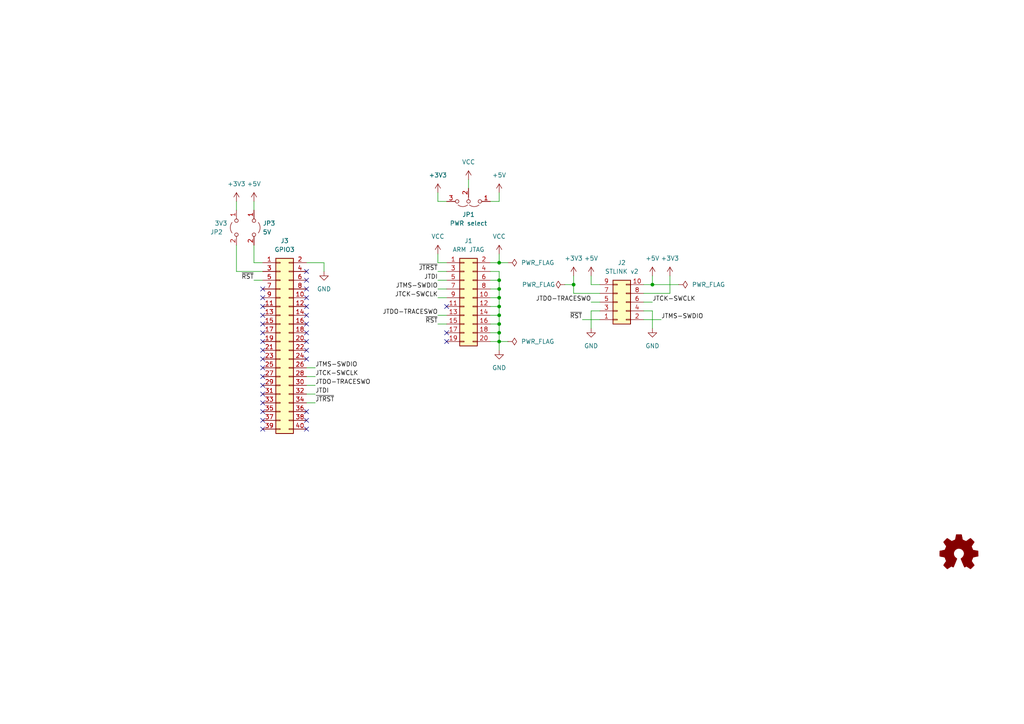
<source format=kicad_sch>
(kicad_sch (version 20211123) (generator eeschema)
  (paper "A4")
  (title_block (title "Olimex STMP157-OLinuXino-LIME2 JTAG breakout board") (date "2022-08-15") (rev "0.1") (company "Benedikt Spranger") (comment 1 "SPDX-License-Identifier: CERN-OHL-S-2.0") (comment 2 "https://ohwr.org/cern_ohl_s_v2.txt") (comment 3 "To view a copy of this license, visit") (comment 4 "This work is licensed under the CERN-OHL-S v2"))
  (lib_symbols
    (symbol "Connector_Generic:Conn_02x05_Odd_Even" (pin_names (offset 1.016) hide)
      (property "Reference" "J" (at 1.27 7.62 0))
      (property "Value" "Conn_02x05_Odd_Even" (at 1.27 -7.62 0))
      (symbol "Conn_02x05_Odd_Even_1_1"
        (rectangle (start -1.27 -4.953) (end 0 -5.207) (stroke (width 0.1524)))
        (rectangle (start -1.27 -2.413) (end 0 -2.667) (stroke (width 0.1524)))
        (rectangle (start -1.27 0.127) (end 0 -0.127) (stroke (width 0.1524)))
        (rectangle (start -1.27 2.667) (end 0 2.413) (stroke (width 0.1524)))
        (rectangle (start -1.27 5.207) (end 0 4.953) (stroke (width 0.1524)))
        (rectangle (start -1.27 6.35) (end 3.81 -6.35) (stroke (width 0.254)) (fill (type background)))
        (rectangle (start 3.81 -4.953) (end 2.54 -5.207) (stroke (width 0.1524)))
        (rectangle (start 3.81 -2.413) (end 2.54 -2.667) (stroke (width 0.1524)))
        (rectangle (start 3.81 0.127) (end 2.54 -0.127) (stroke (width 0.1524)))
        (rectangle (start 3.81 2.667) (end 2.54 2.413) (stroke (width 0.1524)))
        (rectangle (start 3.81 5.207) (end 2.54 4.953) (stroke (width 0.1524)))
        (pin passive line (at -5.08 5.08 0) (length 3.81) (name "Pin_1") (number "1"))
        (pin passive line (at 7.62 -5.08 180) (length 3.81) (name "Pin_10") (number "10"))
        (pin passive line (at 7.62 5.08 180) (length 3.81) (name "Pin_2") (number "2"))
        (pin passive line (at -5.08 2.54 0) (length 3.81) (name "Pin_3") (number "3"))
        (pin passive line (at 7.62 2.54 180) (length 3.81) (name "Pin_4") (number "4"))
        (pin passive line (at -5.08 0 0) (length 3.81) (name "Pin_5") (number "5"))
        (pin passive line (at 7.62 0 180) (length 3.81) (name "Pin_6") (number "6"))
        (pin passive line (at -5.08 -2.54 0) (length 3.81) (name "Pin_7") (number "7"))
        (pin passive line (at 7.62 -2.54 180) (length 3.81) (name "Pin_8") (number "8"))
        (pin passive line (at -5.08 -5.08 0) (length 3.81) (name "Pin_9") (number "9"))
      )
    )
    (symbol "Connector_Generic:Conn_02x10_Odd_Even" (pin_names (offset 1.016) hide)
      (property "Reference" "J" (at 1.27 12.7 0))
      (property "Value" "Conn_02x10_Odd_Even" (at 1.27 -15.24 0))
      (symbol "Conn_02x10_Odd_Even_1_1"
        (rectangle (start -1.27 -12.573) (end 0 -12.827) (stroke (width 0.1524)))
        (rectangle (start -1.27 -10.033) (end 0 -10.287) (stroke (width 0.1524)))
        (rectangle (start -1.27 -7.493) (end 0 -7.747) (stroke (width 0.1524)))
        (rectangle (start -1.27 -4.953) (end 0 -5.207) (stroke (width 0.1524)))
        (rectangle (start -1.27 -2.413) (end 0 -2.667) (stroke (width 0.1524)))
        (rectangle (start -1.27 0.127) (end 0 -0.127) (stroke (width 0.1524)))
        (rectangle (start -1.27 2.667) (end 0 2.413) (stroke (width 0.1524)))
        (rectangle (start -1.27 5.207) (end 0 4.953) (stroke (width 0.1524)))
        (rectangle (start -1.27 7.747) (end 0 7.493) (stroke (width 0.1524)))
        (rectangle (start -1.27 10.287) (end 0 10.033) (stroke (width 0.1524)))
        (rectangle (start -1.27 11.43) (end 3.81 -13.97) (stroke (width 0.254)) (fill (type background)))
        (rectangle (start 3.81 -12.573) (end 2.54 -12.827) (stroke (width 0.1524)))
        (rectangle (start 3.81 -10.033) (end 2.54 -10.287) (stroke (width 0.1524)))
        (rectangle (start 3.81 -7.493) (end 2.54 -7.747) (stroke (width 0.1524)))
        (rectangle (start 3.81 -4.953) (end 2.54 -5.207) (stroke (width 0.1524)))
        (rectangle (start 3.81 -2.413) (end 2.54 -2.667) (stroke (width 0.1524)))
        (rectangle (start 3.81 0.127) (end 2.54 -0.127) (stroke (width 0.1524)))
        (rectangle (start 3.81 2.667) (end 2.54 2.413) (stroke (width 0.1524)))
        (rectangle (start 3.81 5.207) (end 2.54 4.953) (stroke (width 0.1524)))
        (rectangle (start 3.81 7.747) (end 2.54 7.493) (stroke (width 0.1524)))
        (rectangle (start 3.81 10.287) (end 2.54 10.033) (stroke (width 0.1524)))
        (pin passive line (at -5.08 10.16 0) (length 3.81) (name "Pin_1") (number "1"))
        (pin passive line (at 7.62 0 180) (length 3.81) (name "Pin_10") (number "10"))
        (pin passive line (at -5.08 -2.54 0) (length 3.81) (name "Pin_11") (number "11"))
        (pin passive line (at 7.62 -2.54 180) (length 3.81) (name "Pin_12") (number "12"))
        (pin passive line (at -5.08 -5.08 0) (length 3.81) (name "Pin_13") (number "13"))
        (pin passive line (at 7.62 -5.08 180) (length 3.81) (name "Pin_14") (number "14"))
        (pin passive line (at -5.08 -7.62 0) (length 3.81) (name "Pin_15") (number "15"))
        (pin passive line (at 7.62 -7.62 180) (length 3.81) (name "Pin_16") (number "16"))
        (pin passive line (at -5.08 -10.16 0) (length 3.81) (name "Pin_17") (number "17"))
        (pin passive line (at 7.62 -10.16 180) (length 3.81) (name "Pin_18") (number "18"))
        (pin passive line (at -5.08 -12.7 0) (length 3.81) (name "Pin_19") (number "19"))
        (pin passive line (at 7.62 10.16 180) (length 3.81) (name "Pin_2") (number "2"))
        (pin passive line (at 7.62 -12.7 180) (length 3.81) (name "Pin_20") (number "20"))
        (pin passive line (at -5.08 7.62 0) (length 3.81) (name "Pin_3") (number "3"))
        (pin passive line (at 7.62 7.62 180) (length 3.81) (name "Pin_4") (number "4"))
        (pin passive line (at -5.08 5.08 0) (length 3.81) (name "Pin_5") (number "5"))
        (pin passive line (at 7.62 5.08 180) (length 3.81) (name "Pin_6") (number "6"))
        (pin passive line (at -5.08 2.54 0) (length 3.81) (name "Pin_7") (number "7"))
        (pin passive line (at 7.62 2.54 180) (length 3.81) (name "Pin_8") (number "8"))
        (pin passive line (at -5.08 0 0) (length 3.81) (name "Pin_9") (number "9"))
      )
    )
    (symbol "Connector_Generic:Conn_02x20_Odd_Even" (pin_names (offset 1.016) hide)
      (property "Reference" "J" (at 1.27 25.4 0))
      (property "Value" "Conn_02x20_Odd_Even" (at 1.27 -27.94 0))
      (symbol "Conn_02x20_Odd_Even_1_1"
        (rectangle (start -1.27 -25.273) (end 0 -25.527) (stroke (width 0.1524)))
        (rectangle (start -1.27 -22.733) (end 0 -22.987) (stroke (width 0.1524)))
        (rectangle (start -1.27 -20.193) (end 0 -20.447) (stroke (width 0.1524)))
        (rectangle (start -1.27 -17.653) (end 0 -17.907) (stroke (width 0.1524)))
        (rectangle (start -1.27 -15.113) (end 0 -15.367) (stroke (width 0.1524)))
        (rectangle (start -1.27 -12.573) (end 0 -12.827) (stroke (width 0.1524)))
        (rectangle (start -1.27 -10.033) (end 0 -10.287) (stroke (width 0.1524)))
        (rectangle (start -1.27 -7.493) (end 0 -7.747) (stroke (width 0.1524)))
        (rectangle (start -1.27 -4.953) (end 0 -5.207) (stroke (width 0.1524)))
        (rectangle (start -1.27 -2.413) (end 0 -2.667) (stroke (width 0.1524)))
        (rectangle (start -1.27 0.127) (end 0 -0.127) (stroke (width 0.1524)))
        (rectangle (start -1.27 2.667) (end 0 2.413) (stroke (width 0.1524)))
        (rectangle (start -1.27 5.207) (end 0 4.953) (stroke (width 0.1524)))
        (rectangle (start -1.27 7.747) (end 0 7.493) (stroke (width 0.1524)))
        (rectangle (start -1.27 10.287) (end 0 10.033) (stroke (width 0.1524)))
        (rectangle (start -1.27 12.827) (end 0 12.573) (stroke (width 0.1524)))
        (rectangle (start -1.27 15.367) (end 0 15.113) (stroke (width 0.1524)))
        (rectangle (start -1.27 17.907) (end 0 17.653) (stroke (width 0.1524)))
        (rectangle (start -1.27 20.447) (end 0 20.193) (stroke (width 0.1524)))
        (rectangle (start -1.27 22.987) (end 0 22.733) (stroke (width 0.1524)))
        (rectangle (start -1.27 24.13) (end 3.81 -26.67) (stroke (width 0.254)) (fill (type background)))
        (rectangle (start 3.81 -25.273) (end 2.54 -25.527) (stroke (width 0.1524)))
        (rectangle (start 3.81 -22.733) (end 2.54 -22.987) (stroke (width 0.1524)))
        (rectangle (start 3.81 -20.193) (end 2.54 -20.447) (stroke (width 0.1524)))
        (rectangle (start 3.81 -17.653) (end 2.54 -17.907) (stroke (width 0.1524)))
        (rectangle (start 3.81 -15.113) (end 2.54 -15.367) (stroke (width 0.1524)))
        (rectangle (start 3.81 -12.573) (end 2.54 -12.827) (stroke (width 0.1524)))
        (rectangle (start 3.81 -10.033) (end 2.54 -10.287) (stroke (width 0.1524)))
        (rectangle (start 3.81 -7.493) (end 2.54 -7.747) (stroke (width 0.1524)))
        (rectangle (start 3.81 -4.953) (end 2.54 -5.207) (stroke (width 0.1524)))
        (rectangle (start 3.81 -2.413) (end 2.54 -2.667) (stroke (width 0.1524)))
        (rectangle (start 3.81 0.127) (end 2.54 -0.127) (stroke (width 0.1524)))
        (rectangle (start 3.81 2.667) (end 2.54 2.413) (stroke (width 0.1524)))
        (rectangle (start 3.81 5.207) (end 2.54 4.953) (stroke (width 0.1524)))
        (rectangle (start 3.81 7.747) (end 2.54 7.493) (stroke (width 0.1524)))
        (rectangle (start 3.81 10.287) (end 2.54 10.033) (stroke (width 0.1524)))
        (rectangle (start 3.81 12.827) (end 2.54 12.573) (stroke (width 0.1524)))
        (rectangle (start 3.81 15.367) (end 2.54 15.113) (stroke (width 0.1524)))
        (rectangle (start 3.81 17.907) (end 2.54 17.653) (stroke (width 0.1524)))
        (rectangle (start 3.81 20.447) (end 2.54 20.193) (stroke (width 0.1524)))
        (rectangle (start 3.81 22.987) (end 2.54 22.733) (stroke (width 0.1524)))
        (pin passive line (at -5.08 22.86 0) (length 3.81) (name "Pin_1") (number "1"))
        (pin passive line (at 7.62 12.7 180) (length 3.81) (name "Pin_10") (number "10"))
        (pin passive line (at -5.08 10.16 0) (length 3.81) (name "Pin_11") (number "11"))
        (pin passive line (at 7.62 10.16 180) (length 3.81) (name "Pin_12") (number "12"))
        (pin passive line (at -5.08 7.62 0) (length 3.81) (name "Pin_13") (number "13"))
        (pin passive line (at 7.62 7.62 180) (length 3.81) (name "Pin_14") (number "14"))
        (pin passive line (at -5.08 5.08 0) (length 3.81) (name "Pin_15") (number "15"))
        (pin passive line (at 7.62 5.08 180) (length 3.81) (name "Pin_16") (number "16"))
        (pin passive line (at -5.08 2.54 0) (length 3.81) (name "Pin_17") (number "17"))
        (pin passive line (at 7.62 2.54 180) (length 3.81) (name "Pin_18") (number "18"))
        (pin passive line (at -5.08 0 0) (length 3.81) (name "Pin_19") (number "19"))
        (pin passive line (at 7.62 22.86 180) (length 3.81) (name "Pin_2") (number "2"))
        (pin passive line (at 7.62 0 180) (length 3.81) (name "Pin_20") (number "20"))
        (pin passive line (at -5.08 -2.54 0) (length 3.81) (name "Pin_21") (number "21"))
        (pin passive line (at 7.62 -2.54 180) (length 3.81) (name "Pin_22") (number "22"))
        (pin passive line (at -5.08 -5.08 0) (length 3.81) (name "Pin_23") (number "23"))
        (pin passive line (at 7.62 -5.08 180) (length 3.81) (name "Pin_24") (number "24"))
        (pin passive line (at -5.08 -7.62 0) (length 3.81) (name "Pin_25") (number "25"))
        (pin passive line (at 7.62 -7.62 180) (length 3.81) (name "Pin_26") (number "26"))
        (pin passive line (at -5.08 -10.16 0) (length 3.81) (name "Pin_27") (number "27"))
        (pin passive line (at 7.62 -10.16 180) (length 3.81) (name "Pin_28") (number "28"))
        (pin passive line (at -5.08 -12.7 0) (length 3.81) (name "Pin_29") (number "29"))
        (pin passive line (at -5.08 20.32 0) (length 3.81) (name "Pin_3") (number "3"))
        (pin passive line (at 7.62 -12.7 180) (length 3.81) (name "Pin_30") (number "30"))
        (pin passive line (at -5.08 -15.24 0) (length 3.81) (name "Pin_31") (number "31"))
        (pin passive line (at 7.62 -15.24 180) (length 3.81) (name "Pin_32") (number "32"))
        (pin passive line (at -5.08 -17.78 0) (length 3.81) (name "Pin_33") (number "33"))
        (pin passive line (at 7.62 -17.78 180) (length 3.81) (name "Pin_34") (number "34"))
        (pin passive line (at -5.08 -20.32 0) (length 3.81) (name "Pin_35") (number "35"))
        (pin passive line (at 7.62 -20.32 180) (length 3.81) (name "Pin_36") (number "36"))
        (pin passive line (at -5.08 -22.86 0) (length 3.81) (name "Pin_37") (number "37"))
        (pin passive line (at 7.62 -22.86 180) (length 3.81) (name "Pin_38") (number "38"))
        (pin passive line (at -5.08 -25.4 0) (length 3.81) (name "Pin_39") (number "39"))
        (pin passive line (at 7.62 20.32 180) (length 3.81) (name "Pin_4") (number "4"))
        (pin passive line (at 7.62 -25.4 180) (length 3.81) (name "Pin_40") (number "40"))
        (pin passive line (at -5.08 17.78 0) (length 3.81) (name "Pin_5") (number "5"))
        (pin passive line (at 7.62 17.78 180) (length 3.81) (name "Pin_6") (number "6"))
        (pin passive line (at -5.08 15.24 0) (length 3.81) (name "Pin_7") (number "7"))
        (pin passive line (at 7.62 15.24 180) (length 3.81) (name "Pin_8") (number "8"))
        (pin passive line (at -5.08 12.7 0) (length 3.81) (name "Pin_9") (number "9"))
      )
    )
    (symbol "Graphic:Logo_Open_Hardware_Small" (pin_names (offset 1.016))
      (symbol "Logo_Open_Hardware_Small_0_1"
        (polyline (pts (xy 3.3528 -4.3434) (xy 3.302 -4.318) (xy 3.175 -4.2418) (xy 2.9972 -4.1148) (xy 2.7686 -3.9624) (xy 2.54 -3.81) (xy 2.3622 -3.7084) (xy 2.2352 -3.6068) (xy 2.1844 -3.5814) (xy 2.159 -3.6068) (xy 2.0574 -3.6576) (xy 1.905 -3.7338) (xy 1.8034 -3.7846) (xy 1.6764 -3.8354) (xy 1.6002 -3.8354) (xy 1.6002 -3.8354) (xy 1.5494 -3.7338) (xy 1.4732 -3.5306) (xy 1.3462 -3.302) (xy 1.2446 -3.0226) (xy 1.1176 -2.7178) (xy 0.9652 -2.413) (xy 0.8636 -2.1082) (xy 0.7366 -1.8288) (xy 0.6604 -1.6256) (xy 0.6096 -1.4732) (xy 0.5842 -1.397) (xy 0.5842 -1.397) (xy 0.6604 -1.3208) (xy 0.7874 -1.2446) (xy 1.0414 -1.016) (xy 1.2954 -0.6858) (xy 1.4478 -0.3302) (xy 1.524 0.0762) (xy 1.4732 0.4572) (xy 1.3208 0.8128) (xy 1.0668 1.143) (xy 0.762 1.3716) (xy 0.4064 1.524) (xy 0 1.5748) (xy -0.381 1.5494) (xy -0.7366 1.397) (xy -1.0668 1.143) (xy -1.2192 0.9906) (xy -1.397 0.6604) (xy -1.524 0.3048) (xy -1.524 0.2286) (xy -1.4986 -0.1778) (xy -1.397 -0.5334) (xy -1.1938 -0.8636) (xy -0.9144 -1.143) (xy -0.8636 -1.1684) (xy -0.7366 -1.27) (xy -0.635 -1.3462) (xy -0.5842 -1.397) (xy -1.0668 -2.5908) (xy -1.143 -2.794) (xy -1.2954 -3.1242) (xy -1.397 -3.4036) (xy -1.4986 -3.6322) (xy -1.5748 -3.7846) (xy -1.6002 -3.8354) (xy -1.6002 -3.8354) (xy -1.651 -3.8354) (xy -1.7272 -3.81) (xy -1.905 -3.7338) (xy -2.0066 -3.683) (xy -2.1336 -3.6068) (xy -2.2098 -3.5814) (xy -2.2606 -3.6068) (xy -2.3622 -3.683) (xy -2.54 -3.81) (xy -2.7686 -3.9624) (xy -2.9718 -4.0894) (xy -3.1496 -4.2164) (xy -3.302 -4.318) (xy -3.3528 -4.3434) (xy -3.3782 -4.3434) (xy -3.429 -4.318) (xy -3.5306 -4.2164) (xy -3.7084 -4.064) (xy -3.937 -3.8354) (xy -3.9624 -3.81) (xy -4.1656 -3.6068) (xy -4.318 -3.4544) (xy -4.4196 -3.3274) (xy -4.445 -3.2766) (xy -4.445 -3.2766) (xy -4.4196 -3.2258) (xy -4.318 -3.0734) (xy -4.2164 -2.8956) (xy -4.064 -2.667) (xy -3.6576 -2.0828) (xy -3.8862 -1.5494) (xy -3.937 -1.3716) (xy -4.0386 -1.1684) (xy -4.0894 -1.0414) (xy -4.1148 -0.9652) (xy -4.191 -0.9398) (xy -4.318 -0.9144) (xy -4.5466 -0.8636) (xy -4.8006 -0.8128) (xy -5.0546 -0.7874) (xy -5.2578 -0.7366) (xy -5.4356 -0.7112) (xy -5.5118 -0.6858) (xy -5.5118 -0.6858) (xy -5.5372 -0.635) (xy -5.5372 -0.5588) (xy -5.5372 -0.4318) (xy -5.5626 -0.2286) (xy -5.5626 0.0762) (xy -5.5626 0.127) (xy -5.5372 0.4064) (xy -5.5372 0.635) (xy -5.5372 0.762) (xy -5.5372 0.8382) (xy -5.5372 0.8382) (xy -5.461 0.8382) (xy -5.3086 0.889) (xy -5.08 0.9144) (xy -4.826 0.9652) (xy -4.8006 0.9906) (xy -4.5466 1.0414) (xy -4.318 1.0668) (xy -4.1656 1.1176) (xy -4.0894 1.143) (xy -4.0894 1.143) (xy -4.0386 1.2446) (xy -3.9624 1.4224) (xy -3.8608 1.6256) (xy -3.7846 1.8288) (xy -3.7084 2.0066) (xy -3.6576 2.159) (xy -3.6322 2.2098) (xy -3.6322 2.2098) (xy -3.683 2.286) (xy -3.7592 2.413) (xy -3.8862 2.5908) (xy -4.064 2.8194) (xy -4.064 2.8448) (xy -4.2164 3.0734) (xy -4.3434 3.2512) (xy -4.4196 3.3782) (xy -4.445 3.4544) (xy -4.445 3.4544) (xy -4.3942 3.5052) (xy -4.2926 3.6322) (xy -4.1148 3.81) (xy -3.937 4.0132) (xy -3.8608 4.064) (xy -3.6576 4.2926) (xy -3.5052 4.4196) (xy -3.4036 4.4958) (xy -3.3528 4.5212) (xy -3.3528 4.5212) (xy -3.302 4.4704) (xy -3.1496 4.3688) (xy -2.9718 4.2418) (xy -2.7432 4.0894) (xy -2.7178 4.0894) (xy -2.4892 3.937) (xy -2.3114 3.81) (xy -2.1844 3.7084) (xy -2.1336 3.683) (xy -2.1082 3.683) (xy -2.032 3.7084) (xy -1.8542 3.7592) (xy -1.6764 3.8354) (xy -1.4732 3.937) (xy -1.27 4.0132) (xy -1.143 4.064) (xy -1.0668 4.1148) (xy -1.0668 4.1148) (xy -1.0414 4.191) (xy -1.016 4.3434) (xy -0.9652 4.572) (xy -0.9144 4.8514) (xy -0.889 4.9022) (xy -0.8382 5.1562) (xy -0.8128 5.3848) (xy -0.7874 5.5372) (xy -0.762 5.588) (xy -0.7112 5.6134) (xy -0.5842 5.6134) (xy -0.4064 5.6134) (xy -0.1524 5.6134) (xy 0.0762 5.6134) (xy 0.3302 5.6134) (xy 0.5334 5.6134) (xy 0.6858 5.588) (xy 0.7366 5.588) (xy 0.7366 5.588) (xy 0.762 5.5118) (xy 0.8128 5.334) (xy 0.8382 5.1054) (xy 0.9144 4.826) (xy 0.9144 4.7752) (xy 0.9652 4.5212) (xy 1.016 4.2926) (xy 1.0414 4.1402) (xy 1.0668 4.0894) (xy 1.0668 4.0894) (xy 1.1938 4.0386) (xy 1.3716 3.9624) (xy 1.5748 3.8608) (xy 2.0828 3.6576) (xy 2.7178 4.0894) (xy 2.7686 4.1402) (xy 2.9972 4.2926) (xy 3.175 4.4196) (xy 3.302 4.4958) (xy 3.3782 4.5212) (xy 3.3782 4.5212) (xy 3.429 4.4704) (xy 3.556 4.3434) (xy 3.7338 4.191) (xy 3.9116 3.9878) (xy 4.064 3.8354) (xy 4.2418 3.6576) (xy 4.3434 3.556) (xy 4.4196 3.4798) (xy 4.4196 3.429) (xy 4.4196 3.4036) (xy 4.3942 3.3274) (xy 4.2926 3.2004) (xy 4.1656 2.9972) (xy 4.0132 2.794) (xy 3.8862 2.5908) (xy 3.7592 2.3876) (xy 3.6576 2.2352) (xy 3.6322 2.159) (xy 3.6322 2.1336) (xy 3.683 2.0066) (xy 3.7592 1.8288) (xy 3.8608 1.6002) (xy 4.064 1.1176) (xy 4.3942 1.0414) (xy 4.5974 1.016) (xy 4.8768 0.9652) (xy 5.1308 0.9144) (xy 5.5372 0.8382) (xy 5.5626 -0.6604) (xy 5.4864 -0.6858) (xy 5.4356 -0.6858) (xy 5.2832 -0.7366) (xy 5.0546 -0.762) (xy 4.8006 -0.8128) (xy 4.5974 -0.8636) (xy 4.3688 -0.9144) (xy 4.2164 -0.9398) (xy 4.1402 -0.9398) (xy 4.1148 -0.9652) (xy 4.064 -1.0668) (xy 3.9878 -1.2446) (xy 3.9116 -1.4478) (xy 3.81 -1.651) (xy 3.7338 -1.8542) (xy 3.683 -2.0066) (xy 3.6576 -2.0828) (xy 3.683 -2.1336) (xy 3.7846 -2.2606) (xy 3.8862 -2.4638) (xy 4.0386 -2.667) (xy 4.191 -2.8956) (xy 4.318 -3.0734) (xy 4.3942 -3.2004) (xy 4.445 -3.2766) (xy 4.4196 -3.3274) (xy 4.3434 -3.429) (xy 4.1656 -3.5814) (xy 3.937 -3.8354) (xy 3.8862 -3.8608) (xy 3.683 -4.064) (xy 3.5306 -4.2164) (xy 3.4036 -4.318) (xy 3.3528 -4.3434)) (fill (type outline)))
      )
    )
    (symbol "Jumper:Jumper_2_Open" (pin_names (offset 0) hide)
      (property "Reference" "JP" (at 0 2.794 0))
      (property "Value" "Jumper_2_Open" (at 0 -2.286 0))
      (symbol "Jumper_2_Open_0_0"
        (circle (center -2.032 0) (radius 0.508))
        (circle (center 2.032 0) (radius 0.508))
      )
      (symbol "Jumper_2_Open_0_1"
        (arc (start 1.524 1.27) (mid 0 1.778) (end -1.524 1.27))
      )
      (symbol "Jumper_2_Open_1_1"
        (pin passive line (at -5.08 0 0) (length 2.54) (name "A") (number "1"))
        (pin passive line (at 5.08 0 180) (length 2.54) (name "B") (number "2"))
      )
    )
    (symbol "Jumper:Jumper_3_Open" (pin_names (offset 0) hide)
      (property "Reference" "JP" (at -2.54 -2.54 0))
      (property "Value" "Jumper_3_Open" (at 0 2.794 0))
      (symbol "Jumper_3_Open_0_0"
        (circle (center -3.302 0) (radius 0.508))
        (circle (center 0 0) (radius 0.508))
        (circle (center 3.302 0) (radius 0.508))
      )
      (symbol "Jumper_3_Open_0_1"
        (arc (start -0.254 1.016) (mid -1.651 1.4992) (end -3.048 1.016))
        (polyline (pts (xy 0 -0.508) (xy 0 -1.27)))
        (arc (start 3.048 1.016) (mid 1.651 1.4992) (end 0.254 1.016))
      )
      (symbol "Jumper_3_Open_1_1"
        (pin passive line (at -6.35 0 0) (length 2.54) (name "A") (number "1"))
        (pin input line (at 0 -3.81 90) (length 2.54) (name "C") (number "2"))
        (pin passive line (at 6.35 0 180) (length 2.54) (name "B") (number "3"))
      )
    )
    (symbol "power:+3V3" (power) (pin_names (offset 0))
      (property "Value" "+3V3" (at 0 3.556 0))
      (symbol "+3V3_0_1"
        (polyline (pts (xy -0.762 1.27) (xy 0 2.54)))
        (polyline (pts (xy 0 0) (xy 0 2.54)))
        (polyline (pts (xy 0 2.54) (xy 0.762 1.27)))
      )
      (symbol "+3V3_1_1"
        (pin power_in line (at 0 0 90) (length 0) hide (name "+3V3") (number "1"))
      )
    )
    (symbol "power:+5V" (power) (pin_names (offset 0))
      (property "Value" "+5V" (at 0 3.556 0))
      (symbol "+5V_0_1"
        (polyline (pts (xy -0.762 1.27) (xy 0 2.54)))
        (polyline (pts (xy 0 0) (xy 0 2.54)))
        (polyline (pts (xy 0 2.54) (xy 0.762 1.27)))
      )
      (symbol "+5V_1_1"
        (pin power_in line (at 0 0 90) (length 0) hide (name "+5V") (number "1"))
      )
    )
    (symbol "power:GND" (power) (pin_names (offset 0))
      (property "Value" "GND" (at 0 -3.81 0))
      (symbol "GND_0_1"
        (polyline (pts (xy 0 0) (xy 0 -1.27) (xy 1.27 -1.27) (xy 0 -2.54) (xy -1.27 -1.27) (xy 0 -1.27)))
      )
      (symbol "GND_1_1"
        (pin power_in line (at 0 0 270) (length 0) hide (name "GND") (number "1"))
      )
    )
    (symbol "power:PWR_FLAG" (power) (pin_numbers hide) (pin_names (offset 0) hide)
      (property "Value" "PWR_FLAG" (at 0 3.81 0))
      (symbol "PWR_FLAG_0_0"
        (pin power_out line (at 0 0 90) (length 0) (name "pwr") (number "1"))
      )
      (symbol "PWR_FLAG_0_1"
        (polyline (pts (xy 0 0) (xy 0 1.27) (xy -1.016 1.905) (xy 0 2.54) (xy 1.016 1.905) (xy 0 1.27)))
      )
    )
    (symbol "power:VCC" (power) (pin_names (offset 0))
      (property "Value" "VCC" (at 0 3.81 0))
      (symbol "VCC_0_1"
        (polyline (pts (xy -0.762 1.27) (xy 0 2.54)))
        (polyline (pts (xy 0 0) (xy 0 2.54)))
        (polyline (pts (xy 0 2.54) (xy 0.762 1.27)))
      )
      (symbol "VCC_1_1"
        (pin power_in line (at 0 0 90) (length 0) hide (name "VCC") (number "1"))
      )
    )
  )
  (junction (at 144.78 96.52))
  (junction (at 144.78 76.2))
  (junction (at 166.37 82.55))
  (junction (at 144.78 99.06))
  (junction (at 189.23 82.55))
  (junction (at 144.78 81.28))
  (junction (at 144.78 88.9))
  (junction (at 144.78 83.82))
  (junction (at 144.78 93.98))
  (junction (at 144.78 86.36))
  (junction (at 144.78 91.44))
  (no_connect (at 76.2 119.38))
  (no_connect (at 76.2 121.92))
  (no_connect (at 76.2 124.46))
  (no_connect (at 88.9 121.92))
  (no_connect (at 88.9 124.46))
  (no_connect (at 88.9 119.38))
  (no_connect (at 88.9 78.74))
  (no_connect (at 88.9 81.28))
  (no_connect (at 88.9 99.06))
  (no_connect (at 88.9 101.6))
  (no_connect (at 88.9 104.14))
  (no_connect (at 88.9 83.82))
  (no_connect (at 88.9 86.36))
  (no_connect (at 88.9 93.98))
  (no_connect (at 88.9 91.44))
  (no_connect (at 88.9 88.9))
  (no_connect (at 88.9 96.52))
  (no_connect (at 129.54 88.9))
  (no_connect (at 129.54 96.52))
  (no_connect (at 129.54 99.06))
  (no_connect (at 76.2 99.06))
  (no_connect (at 76.2 101.6))
  (no_connect (at 76.2 104.14))
  (no_connect (at 76.2 106.68))
  (no_connect (at 76.2 109.22))
  (no_connect (at 76.2 111.76))
  (no_connect (at 76.2 114.3))
  (no_connect (at 76.2 116.84))
  (no_connect (at 76.2 83.82))
  (no_connect (at 76.2 86.36))
  (no_connect (at 76.2 88.9))
  (no_connect (at 76.2 91.44))
  (no_connect (at 76.2 93.98))
  (no_connect (at 76.2 96.52))
  (wire (pts (xy 73.66 71.12) (xy 73.66 76.2)))
  (wire (pts (xy 129.54 76.2) (xy 127 76.2)))
  (wire (pts (xy 186.69 82.55) (xy 189.23 82.55)))
  (wire (pts (xy 127 93.98) (xy 129.54 93.98)))
  (wire (pts (xy 144.78 83.82) (xy 144.78 86.36)))
  (wire (pts (xy 173.99 82.55) (xy 171.45 82.55)))
  (wire (pts (xy 144.78 58.42) (xy 142.24 58.42)))
  (wire (pts (xy 144.78 81.28) (xy 144.78 83.82)))
  (wire (pts (xy 88.9 106.68) (xy 91.44 106.68)))
  (wire (pts (xy 189.23 90.17) (xy 189.23 95.25)))
  (wire (pts (xy 68.58 58.42) (xy 68.58 60.96)))
  (wire (pts (xy 171.45 87.63) (xy 173.99 87.63)))
  (wire (pts (xy 127 81.28) (xy 129.54 81.28)))
  (wire (pts (xy 93.98 76.2) (xy 93.98 78.74)))
  (wire (pts (xy 194.31 85.09) (xy 194.31 80.01)))
  (wire (pts (xy 88.9 114.3) (xy 91.44 114.3)))
  (wire (pts (xy 76.2 76.2) (xy 73.66 76.2)))
  (wire (pts (xy 127 83.82) (xy 129.54 83.82)))
  (wire (pts (xy 186.69 85.09) (xy 194.31 85.09)))
  (wire (pts (xy 166.37 82.55) (xy 166.37 80.01)))
  (wire (pts (xy 142.24 86.36) (xy 144.78 86.36)))
  (wire (pts (xy 144.78 55.88) (xy 144.78 58.42)))
  (wire (pts (xy 142.24 83.82) (xy 144.78 83.82)))
  (wire (pts (xy 73.66 58.42) (xy 73.66 60.96)))
  (wire (pts (xy 144.78 99.06) (xy 147.32 99.06)))
  (wire (pts (xy 144.78 99.06) (xy 144.78 101.6)))
  (wire (pts (xy 88.9 109.22) (xy 91.44 109.22)))
  (wire (pts (xy 127 78.74) (xy 129.54 78.74)))
  (wire (pts (xy 68.58 71.12) (xy 68.58 78.74)))
  (wire (pts (xy 173.99 90.17) (xy 171.45 90.17)))
  (wire (pts (xy 171.45 82.55) (xy 171.45 80.01)))
  (wire (pts (xy 142.24 91.44) (xy 144.78 91.44)))
  (wire (pts (xy 127 76.2) (xy 127 73.66)))
  (wire (pts (xy 142.24 76.2) (xy 144.78 76.2)))
  (wire (pts (xy 171.45 90.17) (xy 171.45 95.25)))
  (wire (pts (xy 88.9 76.2) (xy 93.98 76.2)))
  (wire (pts (xy 135.89 52.07) (xy 135.89 54.61)))
  (wire (pts (xy 166.37 85.09) (xy 166.37 82.55)))
  (wire (pts (xy 144.78 88.9) (xy 144.78 91.44)))
  (wire (pts (xy 76.2 78.74) (xy 68.58 78.74)))
  (wire (pts (xy 144.78 76.2) (xy 147.32 76.2)))
  (wire (pts (xy 142.24 99.06) (xy 144.78 99.06)))
  (wire (pts (xy 173.99 85.09) (xy 166.37 85.09)))
  (wire (pts (xy 144.78 96.52) (xy 144.78 99.06)))
  (wire (pts (xy 189.23 82.55) (xy 196.85 82.55)))
  (wire (pts (xy 88.9 116.84) (xy 91.44 116.84)))
  (wire (pts (xy 144.78 76.2) (xy 144.78 73.66)))
  (wire (pts (xy 186.69 90.17) (xy 189.23 90.17)))
  (wire (pts (xy 73.66 81.28) (xy 76.2 81.28)))
  (wire (pts (xy 189.23 82.55) (xy 189.23 80.01)))
  (wire (pts (xy 186.69 87.63) (xy 189.23 87.63)))
  (wire (pts (xy 144.78 93.98) (xy 144.78 96.52)))
  (wire (pts (xy 144.78 86.36) (xy 144.78 88.9)))
  (wire (pts (xy 142.24 93.98) (xy 144.78 93.98)))
  (wire (pts (xy 144.78 78.74) (xy 144.78 81.28)))
  (wire (pts (xy 142.24 78.74) (xy 144.78 78.74)))
  (wire (pts (xy 142.24 96.52) (xy 144.78 96.52)))
  (wire (pts (xy 142.24 81.28) (xy 144.78 81.28)))
  (wire (pts (xy 142.24 88.9) (xy 144.78 88.9)))
  (wire (pts (xy 127 86.36) (xy 129.54 86.36)))
  (wire (pts (xy 127 55.88) (xy 127 58.42)))
  (wire (pts (xy 88.9 111.76) (xy 91.44 111.76)))
  (wire (pts (xy 127 58.42) (xy 129.54 58.42)))
  (wire (pts (xy 163.83 82.55) (xy 166.37 82.55)))
  (wire (pts (xy 168.91 92.71) (xy 173.99 92.71)))
  (wire (pts (xy 127 91.44) (xy 129.54 91.44)))
  (wire (pts (xy 186.69 92.71) (xy 191.77 92.71)))
  (wire (pts (xy 144.78 91.44) (xy 144.78 93.98)))
  (label "JTCK-SWCLK" (at 91.44 109.22 0))
  (label "JTDO-TRACESWO" (at 91.44 111.76 0))
  (label "~{JTRST}" (at 91.44 116.84 0))
  (label "JTDO-TRACESWO" (at 127 91.44 180))
  (label "JTMS-SWDIO" (at 127 83.82 180))
  (label "JTDO-TRACESWO" (at 171.45 87.63 180))
  (label "JTCK-SWCLK" (at 127 86.36 180))
  (label "~{RST}" (at 127 93.98 180))
  (label "~{RST}" (at 168.91 92.71 180))
  (label "JTMS-SWDIO" (at 91.44 106.68 0))
  (label "JTDI" (at 91.44 114.3 0))
  (label "JTDI" (at 127 81.28 180))
  (label "~{JTRST}" (at 127 78.74 180))
  (label "JTCK-SWCLK" (at 189.23 87.63 0))
  (label "JTMS-SWDIO" (at 191.77 92.71 0))
  (label "~{RST}" (at 73.66 81.28 180))
  (symbol (lib_id "power:+5V") (at 73.66 58.42 0) (unit 1)
    (property "Reference" "#PWR05" (effects hide))
    (property "Value" "+5V" (at 73.66 53.34 0))
  )
  (symbol (lib_id "power:+5V") (at 189.23 80.01 0) (mirror y) (unit 1)
    (property "Reference" "#PWR011" (effects hide))
    (property "Value" "+5V" (at 189.23 74.93 0))
  )
  (symbol (lib_id "power:+3V3") (at 194.31 80.01 0) (mirror y) (unit 1)
    (property "Reference" "#PWR012" (effects hide))
    (property "Value" "+3V3" (at 194.31 74.93 0))
  )
  (symbol (lib_id "power:GND") (at 144.78 101.6 0) (unit 1)
    (property "Reference" "#PWR015" (effects hide))
    (property "Value" "GND" (at 144.78 106.68 0))
  )
  (symbol (lib_id "power:VCC") (at 144.78 73.66 0) (unit 1)
    (property "Reference" "#PWR07" (effects hide))
    (property "Value" "VCC" (at 144.78 68.58 0))
  )
  (symbol (lib_id "Jumper:Jumper_2_Open") (at 68.58 66.04 90) (mirror x) (unit 1)
    (property "Reference" "JP2" (at 60.96 67.31 90) (effects (justify right)))
    (property "Value" "3V3" (at 62.23 64.77 90) (effects (justify right)))
    (property "Footprint" "Connector_PinHeader_2.54mm:PinHeader_1x02_P2.54mm_Vertical" (effects hide))
  )
  (symbol (lib_id "power:+3V3") (at 127 55.88 0) (unit 1)
    (property "Reference" "#PWR02" (effects hide))
    (property "Value" "+3V3" (at 127 50.8 0))
  )
  (symbol (lib_id "power:PWR_FLAG") (at 147.32 76.2 270) (unit 1)
    (property "Reference" "#FLG01" (effects hide))
    (property "Value" "PWR_FLAG" (at 151.13 76.1999 90) (effects (justify left)))
  )
  (symbol (lib_id "power:PWR_FLAG") (at 163.83 82.55 90) (unit 1)
    (property "Reference" "#FLG02" (effects hide))
    (property "Value" "PWR_FLAG" (at 156.21 82.55 90))
  )
  (symbol (lib_id "power:+5V") (at 171.45 80.01 0) (unit 1)
    (property "Reference" "#PWR010" (effects hide))
    (property "Value" "+5V" (at 171.45 74.93 0))
  )
  (symbol (lib_id "power:GND") (at 189.23 95.25 0) (unit 1)
    (property "Reference" "#PWR014" (effects hide))
    (property "Value" "GND" (at 189.23 100.33 0))
  )
  (symbol (lib_id "power:PWR_FLAG") (at 147.32 99.06 270) (unit 1)
    (property "Reference" "#FLG04" (effects hide))
    (property "Value" "PWR_FLAG" (at 151.13 99.0599 90) (effects (justify left)))
  )
  (symbol (lib_id "Graphic:Logo_Open_Hardware_Small") (at 278.13 160.655 0) (unit 1)
    (property "Reference" "#LOGO1" (effects hide))
    (property "Value" "Logo_Open_Hardware_Small" (effects hide))
  )
  (symbol (lib_id "Connector_Generic:Conn_02x20_Odd_Even") (at 81.28 99.06 0) (unit 1)
    (property "Reference" "J3" (at 82.55 69.85 0))
    (property "Value" "GPIO3" (at 82.55 72.39 0))
    (property "Footprint" "Connector_PinSocket_1.27mm:PinSocket_2x20_P1.27mm_Vertical" (effects hide))
  )
  (symbol (lib_id "Connector_Generic:Conn_02x10_Odd_Even") (at 134.62 86.36 0) (unit 1)
    (property "Reference" "J1" (at 135.89 69.85 0))
    (property "Value" "ARM JTAG" (at 135.89 72.39 0))
    (property "Footprint" "Connector_PinHeader_2.54mm:PinHeader_2x10_P2.54mm_Vertical" (effects hide))
  )
  (symbol (lib_id "Jumper:Jumper_2_Open") (at 73.66 66.04 270) (unit 1)
    (property "Reference" "JP3" (at 76.2 64.7699 90) (effects (justify left)))
    (property "Value" "5V" (at 76.2 67.3099 90) (effects (justify left)))
    (property "Footprint" "Connector_PinHeader_2.54mm:PinHeader_1x02_P2.54mm_Vertical" (effects hide))
  )
  (symbol (lib_id "Connector_Generic:Conn_02x05_Odd_Even") (at 179.07 87.63 0) (mirror x) (unit 1)
    (property "Reference" "J2" (at 180.34 76.2 0))
    (property "Value" "STLINK v2" (at 180.34 78.74 0))
    (property "Footprint" "Connector_PinHeader_2.54mm:PinHeader_2x05_P2.54mm_Vertical" (effects hide))
  )
  (symbol (lib_id "Jumper:Jumper_3_Open") (at 135.89 58.42 180) (unit 1)
    (property "Reference" "JP1" (at 135.89 62.23 0))
    (property "Value" "PWR select" (at 135.89 64.77 0))
    (property "Footprint" "Connector_PinHeader_2.54mm:PinHeader_1x03_P2.54mm_Vertical" (effects hide))
  )
  (symbol (lib_id "power:VCC") (at 127 73.66 0) (unit 1)
    (property "Reference" "#PWR06" (effects hide))
    (property "Value" "VCC" (at 127 68.58 0))
  )
  (symbol (lib_id "power:PWR_FLAG") (at 196.85 82.55 270) (unit 1)
    (property "Reference" "#FLG03" (effects hide))
    (property "Value" "PWR_FLAG" (at 200.66 82.5499 90) (effects (justify left)))
  )
  (symbol (lib_id "power:GND") (at 171.45 95.25 0) (unit 1)
    (property "Reference" "#PWR013" (effects hide))
    (property "Value" "GND" (at 171.45 100.33 0))
  )
  (symbol (lib_id "power:+3V3") (at 68.58 58.42 0) (unit 1)
    (property "Reference" "#PWR04" (effects hide))
    (property "Value" "+3V3" (at 68.58 53.34 0))
  )
  (symbol (lib_id "power:GND") (at 93.98 78.74 0) (unit 1)
    (property "Reference" "#PWR08" (effects hide))
    (property "Value" "GND" (at 93.98 83.82 0))
  )
  (symbol (lib_id "power:VCC") (at 135.89 52.07 0) (unit 1)
    (property "Reference" "#PWR01" (effects hide))
    (property "Value" "VCC" (at 135.89 46.99 0))
  )
  (symbol (lib_id "power:+3V3") (at 166.37 80.01 0) (unit 1)
    (property "Reference" "#PWR09" (effects hide))
    (property "Value" "+3V3" (at 166.37 74.93 0))
  )
  (symbol (lib_id "power:+5V") (at 144.78 55.88 0) (unit 1)
    (property "Reference" "#PWR03" (effects hide))
    (property "Value" "+5V" (at 144.78 50.8 0))
  )
)
</source>
